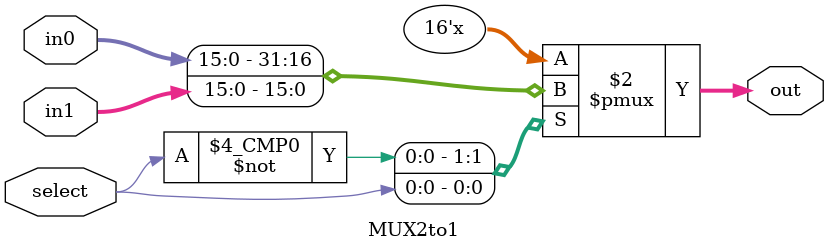
<source format=sv>

module MUX2to1 #(parameter width = 16) (input logic [width-1:0] in0, in1,
               		  	   	input logic select,
                	  	   	output logic [width-1:0] out);

always_comb
begin

	case (select)
	       1'b0:
		       out = in0;
	       1'b1:
		       out = in1;
       endcase
end

endmodule

</source>
